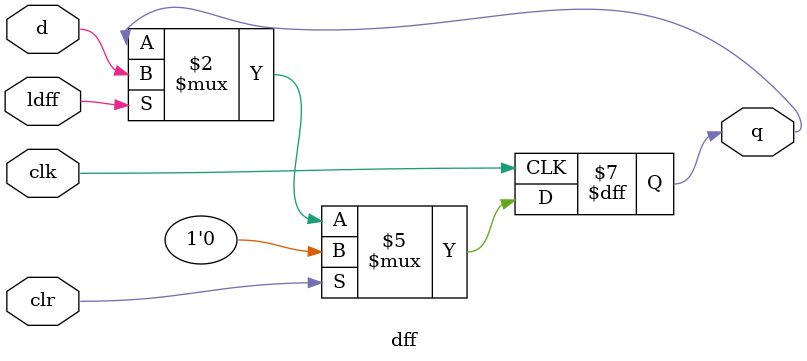
<source format=v>
	module dff (d, q, ldff, clk, clr);
	input d, clk, clr, ldff;
	output reg q;

	always @ (posedge clk)
		if(clr) q<=0;
		else if(ldff) q <= d;
	endmodule
  

</source>
